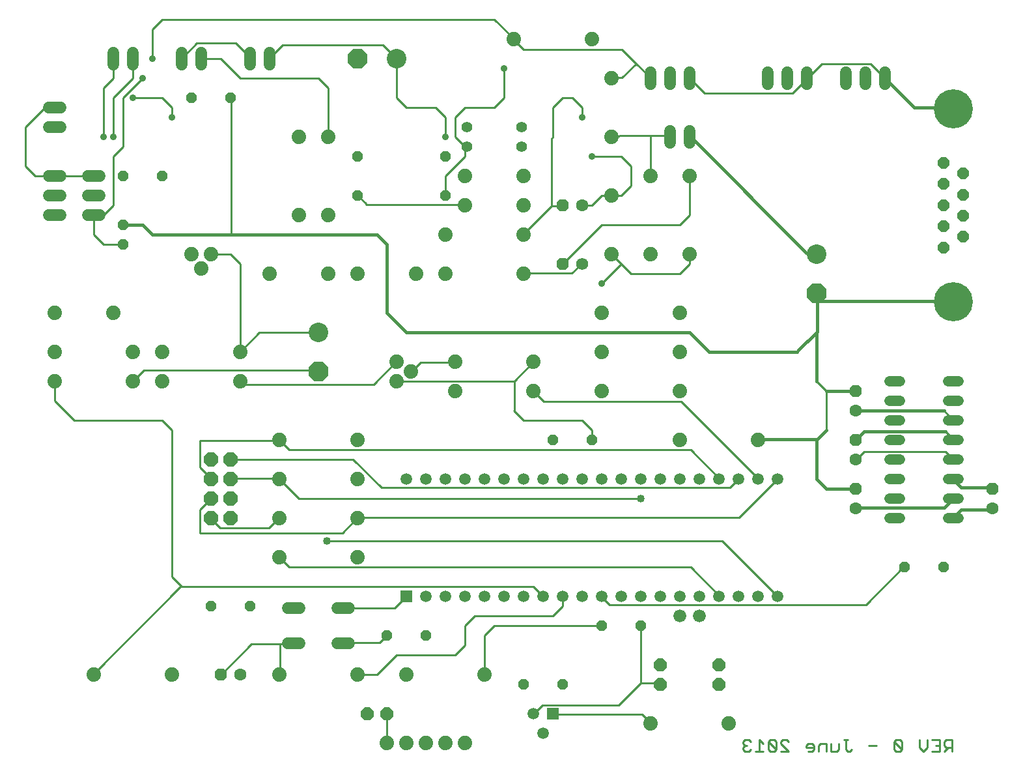
<source format=gbl>
G75*
G70*
%OFA0B0*%
%FSLAX24Y24*%
%IPPOS*%
%LPD*%
%AMOC8*
5,1,8,0,0,1.08239X$1,22.5*
%
%ADD10C,0.0110*%
%ADD11OC8,0.0520*%
%ADD12C,0.0600*%
%ADD13C,0.0660*%
%ADD14C,0.0740*%
%ADD15OC8,0.0660*%
%ADD16R,0.0590X0.0590*%
%ADD17C,0.0590*%
%ADD18C,0.0520*%
%ADD19OC8,0.0600*%
%ADD20C,0.2000*%
%ADD21C,0.1000*%
%ADD22OC8,0.1000*%
%ADD23OC8,0.0630*%
%ADD24C,0.0630*%
%ADD25OC8,0.0560*%
%ADD26C,0.0554*%
%ADD27OC8,0.0740*%
%ADD28OC8,0.0620*%
%ADD29C,0.0620*%
%ADD30C,0.0100*%
%ADD31C,0.0150*%
%ADD32C,0.0360*%
%ADD33C,0.0400*%
D10*
X037379Y001293D02*
X037477Y001195D01*
X037674Y001195D01*
X037772Y001293D01*
X038023Y001195D02*
X038417Y001195D01*
X038220Y001195D02*
X038220Y001786D01*
X038417Y001589D01*
X038668Y001687D02*
X039061Y001293D01*
X038963Y001195D01*
X038766Y001195D01*
X038668Y001293D01*
X038668Y001687D01*
X038766Y001786D01*
X038963Y001786D01*
X039061Y001687D01*
X039061Y001293D01*
X039312Y001195D02*
X039706Y001195D01*
X039312Y001589D01*
X039312Y001687D01*
X039411Y001786D01*
X039607Y001786D01*
X039706Y001687D01*
X040601Y001490D02*
X040601Y001392D01*
X040995Y001392D01*
X040995Y001490D02*
X040995Y001293D01*
X040897Y001195D01*
X040700Y001195D01*
X040601Y001490D02*
X040700Y001589D01*
X040897Y001589D01*
X040995Y001490D01*
X041246Y001490D02*
X041246Y001195D01*
X041246Y001490D02*
X041344Y001589D01*
X041640Y001589D01*
X041640Y001195D01*
X041890Y001195D02*
X041890Y001589D01*
X041890Y001195D02*
X042186Y001195D01*
X042284Y001293D01*
X042284Y001589D01*
X042535Y001786D02*
X042732Y001786D01*
X042633Y001786D02*
X042633Y001293D01*
X042732Y001195D01*
X042830Y001195D01*
X042929Y001293D01*
X043824Y001490D02*
X044218Y001490D01*
X045113Y001293D02*
X045212Y001195D01*
X045408Y001195D01*
X045507Y001293D01*
X045113Y001687D01*
X045113Y001293D01*
X045507Y001293D02*
X045507Y001687D01*
X045408Y001786D01*
X045212Y001786D01*
X045113Y001687D01*
X046402Y001786D02*
X046402Y001392D01*
X046599Y001195D01*
X046796Y001392D01*
X046796Y001786D01*
X047047Y001786D02*
X047440Y001786D01*
X047440Y001195D01*
X047047Y001195D01*
X047244Y001490D02*
X047440Y001490D01*
X047691Y001490D02*
X047790Y001392D01*
X048085Y001392D01*
X047888Y001392D02*
X047691Y001195D01*
X047691Y001490D02*
X047691Y001687D01*
X047790Y001786D01*
X048085Y001786D01*
X048085Y001195D01*
X037772Y001687D02*
X037674Y001786D01*
X037477Y001786D01*
X037379Y001687D01*
X037379Y001589D01*
X037477Y001490D01*
X037379Y001392D01*
X037379Y001293D01*
X037477Y001490D02*
X037575Y001490D01*
D11*
X032140Y007640D03*
X030140Y007640D03*
X028140Y004640D03*
X026140Y004640D03*
X021140Y007140D03*
X019140Y007140D03*
X012140Y008640D03*
X010140Y008640D03*
X027640Y017140D03*
X029640Y017140D03*
X022140Y029640D03*
X022140Y031640D03*
X017640Y031640D03*
X017640Y029640D03*
X011140Y034640D03*
X009140Y034640D03*
X007640Y030640D03*
X005640Y030640D03*
X045640Y010640D03*
X047640Y010640D03*
D12*
X034640Y032340D02*
X034640Y032940D01*
X033640Y032940D02*
X033640Y032340D01*
X033640Y035340D02*
X033640Y035940D01*
X032640Y035940D02*
X032640Y035340D01*
X034640Y035340D02*
X034640Y035940D01*
X038640Y035940D02*
X038640Y035340D01*
X039640Y035340D02*
X039640Y035940D01*
X040640Y035940D02*
X040640Y035340D01*
X042640Y035340D02*
X042640Y035940D01*
X043640Y035940D02*
X043640Y035340D01*
X044640Y035340D02*
X044640Y035940D01*
X013140Y036340D02*
X013140Y036940D01*
X012140Y036940D02*
X012140Y036340D01*
X009640Y036340D02*
X009640Y036940D01*
X008640Y036940D02*
X008640Y036340D01*
X006140Y036340D02*
X006140Y036940D01*
X005140Y036940D02*
X005140Y036340D01*
X002440Y034140D02*
X001840Y034140D01*
X001840Y033140D02*
X002440Y033140D01*
X002440Y030640D02*
X001840Y030640D01*
X001840Y029640D02*
X002440Y029640D01*
X002440Y028640D02*
X001840Y028640D01*
X003840Y028640D02*
X004440Y028640D01*
X004440Y029640D02*
X003840Y029640D01*
X003840Y030640D02*
X004440Y030640D01*
X014060Y008530D02*
X014660Y008530D01*
X014660Y006750D02*
X014060Y006750D01*
X016620Y006750D02*
X017220Y006750D01*
X017220Y008530D02*
X016620Y008530D01*
D13*
X034140Y008140D03*
X035140Y008140D03*
D14*
X004140Y005140D03*
X008140Y005140D03*
X013640Y005140D03*
X017640Y005140D03*
X020140Y005140D03*
X024140Y005140D03*
X023140Y001640D03*
X022140Y001640D03*
X021140Y001640D03*
X020140Y001640D03*
X019140Y001640D03*
X017640Y011140D03*
X017640Y013140D03*
X017640Y015140D03*
X017640Y017140D03*
X019640Y020140D03*
X020390Y020640D03*
X019640Y021140D03*
X022640Y021140D03*
X022640Y019640D03*
X026640Y019640D03*
X026640Y021140D03*
X030140Y021640D03*
X030140Y019640D03*
X034140Y019640D03*
X034140Y021640D03*
X034140Y023640D03*
X034640Y026640D03*
X032640Y026640D03*
X030640Y026640D03*
X030640Y029640D03*
X032640Y030640D03*
X034640Y030640D03*
X030640Y032640D03*
X030640Y035640D03*
X029640Y037640D03*
X025640Y037640D03*
X026140Y030640D03*
X026140Y029140D03*
X026140Y027640D03*
X026140Y025640D03*
X022140Y025640D03*
X020640Y025640D03*
X022140Y027640D03*
X023140Y029140D03*
X023140Y030640D03*
X017640Y025640D03*
X016140Y025640D03*
X016140Y028640D03*
X014640Y028640D03*
X013140Y025640D03*
X010140Y026640D03*
X009640Y025890D03*
X009140Y026640D03*
X005140Y023640D03*
X006140Y021640D03*
X007640Y021640D03*
X007640Y020140D03*
X006140Y020140D03*
X002140Y020140D03*
X002140Y021640D03*
X002140Y023640D03*
X011640Y021640D03*
X011640Y020140D03*
X013640Y017140D03*
X013640Y015140D03*
X013640Y013140D03*
X013640Y011140D03*
X030140Y023640D03*
X034140Y017140D03*
X038140Y017140D03*
X036640Y002640D03*
X032640Y002640D03*
X016140Y032640D03*
X014640Y032640D03*
D15*
X033140Y005640D03*
X033140Y004640D03*
X036140Y004640D03*
X036140Y005640D03*
X019140Y003140D03*
X018140Y003140D03*
D16*
X020140Y009140D03*
X027640Y003140D03*
D17*
X026640Y003140D03*
X027140Y002140D03*
X027140Y009140D03*
X028140Y009140D03*
X029140Y009140D03*
X030140Y009140D03*
X031140Y009140D03*
X032140Y009140D03*
X033140Y009140D03*
X034140Y009140D03*
X035140Y009140D03*
X036140Y009140D03*
X037140Y009140D03*
X038140Y009140D03*
X039140Y009140D03*
X039140Y015140D03*
X038140Y015140D03*
X037140Y015140D03*
X036140Y015140D03*
X035140Y015140D03*
X034140Y015140D03*
X033140Y015140D03*
X032140Y015140D03*
X031140Y015140D03*
X030140Y015140D03*
X029140Y015140D03*
X028140Y015140D03*
X027140Y015140D03*
X026140Y015140D03*
X025140Y015140D03*
X024140Y015140D03*
X023140Y015140D03*
X022140Y015140D03*
X021140Y015140D03*
X020140Y015140D03*
X021140Y009140D03*
X022140Y009140D03*
X023140Y009140D03*
X024140Y009140D03*
X025140Y009140D03*
X026140Y009140D03*
D18*
X044880Y013140D02*
X045400Y013140D01*
X045400Y014140D02*
X044880Y014140D01*
X044880Y015140D02*
X045400Y015140D01*
X045400Y016140D02*
X044880Y016140D01*
X044880Y017140D02*
X045400Y017140D01*
X045400Y018140D02*
X044880Y018140D01*
X044880Y019140D02*
X045400Y019140D01*
X045400Y020140D02*
X044880Y020140D01*
X047880Y020140D02*
X048400Y020140D01*
X048400Y019140D02*
X047880Y019140D01*
X047880Y018140D02*
X048400Y018140D01*
X048400Y017140D02*
X047880Y017140D01*
X047880Y016140D02*
X048400Y016140D01*
X048400Y015140D02*
X047880Y015140D01*
X047880Y014140D02*
X048400Y014140D01*
X048400Y013140D02*
X047880Y013140D01*
D19*
X047640Y026980D03*
X048640Y027520D03*
X047640Y028060D03*
X048640Y028600D03*
X047640Y029140D03*
X048640Y029680D03*
X047640Y030220D03*
X048640Y030760D03*
X047640Y031300D03*
D20*
X048140Y034070D03*
X048140Y024210D03*
D21*
X041140Y026640D03*
X019640Y036640D03*
X015640Y022640D03*
D22*
X015640Y020640D03*
X017640Y036640D03*
X041140Y024640D03*
D23*
X043140Y019640D03*
X043140Y017140D03*
X043140Y014640D03*
X050140Y014640D03*
X028140Y029140D03*
X010640Y005140D03*
D24*
X011640Y005140D03*
X029140Y029140D03*
X043140Y018640D03*
X043140Y016140D03*
X043140Y013640D03*
X050140Y013640D03*
D25*
X005640Y027140D03*
X005640Y028140D03*
D26*
X023240Y032140D03*
X023240Y033140D03*
X026040Y033140D03*
X026040Y032140D03*
D27*
X011140Y016140D03*
X011140Y015140D03*
X011140Y014140D03*
X011140Y013140D03*
X010140Y013140D03*
X010140Y014140D03*
X010140Y015140D03*
X010140Y016140D03*
D28*
X028140Y026140D03*
D29*
X029140Y026140D03*
D30*
X029100Y026140D01*
X028620Y025660D01*
X026140Y025660D01*
X026140Y025640D01*
X028140Y026140D02*
X030140Y028140D01*
X034140Y028140D01*
X034640Y028640D01*
X034640Y030640D01*
X032640Y030640D02*
X032640Y032700D01*
X031180Y032700D01*
X030640Y032640D01*
X031140Y031640D02*
X029640Y031640D01*
X031140Y031640D02*
X031640Y031140D01*
X031640Y030140D01*
X031140Y029640D01*
X030640Y029640D01*
X030140Y029640D01*
X029640Y029140D01*
X029140Y029140D01*
X028140Y029100D02*
X028140Y029140D01*
X028140Y029100D02*
X027580Y029100D01*
X027580Y032540D01*
X027640Y032640D01*
X027640Y034140D01*
X028140Y034640D01*
X028640Y034640D01*
X029140Y034140D01*
X029140Y033640D01*
X030640Y035640D02*
X031180Y035660D01*
X031900Y036380D01*
X032460Y035820D01*
X032640Y035640D01*
X032460Y035820D02*
X032380Y035820D01*
X031900Y036380D02*
X031180Y037100D01*
X026140Y037100D01*
X025660Y037580D01*
X025660Y037620D01*
X024640Y038640D01*
X007640Y038640D01*
X007140Y038140D01*
X007140Y036640D01*
X006140Y036640D02*
X006140Y035640D01*
X005140Y034640D01*
X005140Y032640D01*
X004640Y032640D02*
X004640Y035140D01*
X005140Y035640D01*
X005140Y036640D01*
X006640Y035640D02*
X005640Y034640D01*
X005640Y032140D01*
X005140Y031640D01*
X005140Y029140D01*
X004640Y028640D01*
X004140Y028640D01*
X004140Y027640D01*
X004640Y027140D01*
X005640Y027140D01*
X004140Y030640D02*
X002140Y030640D01*
X001140Y030640D01*
X000640Y031140D01*
X000640Y033140D01*
X001640Y034140D01*
X002140Y034140D01*
X006140Y034640D02*
X007640Y034640D01*
X008140Y034140D01*
X008140Y033640D01*
X008640Y036140D02*
X008640Y036640D01*
X009420Y037420D01*
X011420Y037420D01*
X012140Y036700D01*
X012140Y036640D01*
X013140Y036640D02*
X013180Y036700D01*
X013820Y037340D01*
X018940Y037340D01*
X019640Y036640D01*
X019640Y034640D01*
X020140Y034140D01*
X021640Y034140D01*
X022140Y033640D01*
X022140Y032640D01*
X022640Y032640D02*
X022640Y033640D01*
X023140Y034140D01*
X024640Y034140D01*
X025140Y034640D01*
X025140Y036140D01*
X025660Y037580D02*
X025640Y037640D01*
X022640Y032640D02*
X023140Y032140D01*
X023240Y032140D01*
X023140Y032040D01*
X023140Y031640D01*
X022140Y030640D01*
X022140Y029640D01*
X023100Y029180D02*
X023140Y029140D01*
X023100Y029180D02*
X018060Y029180D01*
X018060Y029220D01*
X017640Y029640D01*
X016140Y032640D02*
X016140Y035140D01*
X015640Y035640D01*
X011640Y035640D01*
X010640Y036640D01*
X009640Y036640D01*
X011140Y034640D02*
X011180Y034620D01*
X011180Y027640D01*
X011140Y026640D02*
X010140Y026640D01*
X011140Y026640D02*
X011640Y026140D01*
X011640Y021640D01*
X011580Y021660D01*
X011500Y021660D01*
X011640Y021640D02*
X012620Y022620D01*
X015580Y022620D01*
X015640Y022640D01*
X015580Y020700D02*
X015640Y020640D01*
X015580Y020700D02*
X006700Y020700D01*
X006140Y020140D01*
X007640Y018140D02*
X008140Y017640D01*
X008140Y010140D01*
X008620Y009660D01*
X008640Y009640D01*
X026640Y009640D01*
X027140Y009140D01*
X028140Y009140D02*
X028140Y008640D01*
X027640Y008140D01*
X023640Y008140D01*
X023140Y007640D01*
X023140Y006640D01*
X022640Y006140D01*
X019640Y006140D01*
X018640Y005140D01*
X017640Y005140D01*
X016920Y006750D02*
X016940Y006780D01*
X018780Y006780D01*
X019140Y007140D01*
X019530Y008530D02*
X020140Y009140D01*
X019530Y008530D02*
X016920Y008530D01*
X014360Y006750D02*
X014300Y006700D01*
X013660Y006700D01*
X013660Y005180D01*
X013640Y005140D01*
X013660Y006700D02*
X012220Y006700D01*
X010700Y005180D01*
X010640Y005140D01*
X008620Y009660D02*
X004140Y005180D01*
X004140Y005140D01*
X009580Y012380D02*
X016860Y012380D01*
X017580Y013100D01*
X017640Y013140D01*
X017660Y013180D01*
X037180Y013180D01*
X039140Y015140D01*
X038140Y015180D02*
X038140Y015140D01*
X038140Y015180D02*
X034220Y019100D01*
X027180Y019100D01*
X026640Y019640D01*
X025660Y020140D02*
X025660Y018660D01*
X025640Y018640D01*
X026140Y018140D01*
X029140Y018140D01*
X029640Y017640D01*
X029640Y017140D01*
X032140Y014140D02*
X014640Y014140D01*
X013640Y015140D01*
X013580Y015180D01*
X011180Y015180D01*
X011140Y015140D01*
X011140Y016140D02*
X017420Y016140D01*
X018860Y014700D01*
X036700Y014700D01*
X037140Y015140D01*
X036140Y015180D02*
X036140Y015140D01*
X036140Y015180D02*
X034700Y016620D01*
X014140Y016620D01*
X013660Y017100D01*
X013640Y017140D01*
X013580Y017100D01*
X009580Y017100D01*
X009580Y015740D01*
X010140Y015180D01*
X010140Y015140D01*
X010140Y014140D02*
X009580Y013580D01*
X009580Y012380D01*
X010140Y013100D02*
X010140Y013140D01*
X010140Y013100D02*
X010620Y012620D01*
X013100Y012620D01*
X013580Y013100D01*
X013640Y013140D01*
X013640Y011140D02*
X013660Y011100D01*
X014140Y010620D01*
X034700Y010620D01*
X036140Y009180D01*
X036140Y009140D01*
X036300Y011980D02*
X039140Y009140D01*
X036300Y011980D02*
X016060Y011980D01*
X024140Y007140D02*
X024140Y005140D01*
X024140Y007140D02*
X024640Y007640D01*
X030140Y007640D01*
X030540Y008700D02*
X030140Y009100D01*
X030140Y009140D01*
X030540Y008700D02*
X043660Y008700D01*
X045580Y010620D01*
X045640Y010640D01*
X048140Y013140D02*
X048140Y013180D01*
X050140Y013580D02*
X050140Y013640D01*
X050140Y014640D02*
X050140Y014700D01*
X048140Y015100D02*
X048140Y015140D01*
X048140Y016140D02*
X047740Y016540D01*
X043580Y016540D01*
X043180Y016140D01*
X043140Y016140D01*
X041640Y017640D02*
X041640Y019640D01*
X041140Y020140D01*
X040220Y021660D02*
X040220Y021720D01*
X040190Y021690D02*
X040220Y021660D01*
X040190Y021690D02*
X040140Y021640D01*
X041140Y022640D02*
X041180Y022620D01*
X041180Y022680D01*
X041180Y024220D02*
X041140Y024640D01*
X041180Y024620D01*
X041140Y026640D02*
X041100Y026700D01*
X040620Y026700D01*
X034640Y026640D02*
X034640Y026140D01*
X034140Y025640D01*
X031640Y025640D01*
X031140Y026140D01*
X030140Y025140D01*
X031140Y026140D02*
X030640Y026640D01*
X027580Y029100D02*
X026140Y027660D01*
X026140Y027640D01*
X032640Y032700D02*
X033580Y032700D01*
X033640Y032640D01*
X034640Y032640D02*
X034700Y032620D01*
X035420Y034860D02*
X039900Y034860D01*
X040620Y035580D01*
X040640Y035640D01*
X040700Y035660D01*
X041420Y036380D01*
X043900Y036380D01*
X044640Y035640D01*
X048140Y034140D02*
X048140Y034070D01*
X048140Y024220D02*
X048140Y024210D01*
X047660Y018620D02*
X048140Y018140D01*
X047740Y017580D02*
X048140Y017180D01*
X048140Y017140D01*
X043180Y018620D02*
X043140Y018640D01*
X041140Y017140D02*
X041100Y017180D01*
X038140Y017180D02*
X038140Y017140D01*
X043140Y013640D02*
X043180Y013660D01*
X033100Y004700D02*
X033140Y004640D01*
X033100Y004700D02*
X032140Y004700D01*
X031020Y003580D01*
X027100Y003580D01*
X026700Y003180D01*
X026640Y003140D01*
X027640Y003140D02*
X027660Y003100D01*
X032220Y003100D01*
X032620Y002700D01*
X032640Y002640D01*
X032140Y004700D02*
X032140Y007640D01*
X019140Y003140D02*
X019140Y001640D01*
X007640Y018140D02*
X003140Y018140D01*
X002140Y019140D01*
X002140Y020140D01*
X011640Y020140D02*
X011660Y020140D01*
X011820Y019980D01*
X018460Y019980D01*
X019580Y021100D01*
X019640Y021140D01*
X020390Y020640D02*
X020460Y020700D01*
X020860Y021100D01*
X022620Y021100D01*
X022640Y021140D01*
X019640Y020140D02*
X025660Y020140D01*
X026620Y021100D01*
X026640Y021140D01*
X035420Y034860D02*
X034640Y035640D01*
D31*
X034700Y032620D02*
X040620Y026700D01*
X041180Y024620D02*
X041180Y024220D01*
X041180Y022680D01*
X041140Y022640D02*
X041140Y020140D01*
X041640Y019640D02*
X043140Y019640D01*
X043180Y018620D02*
X047660Y018620D01*
X047740Y017580D02*
X043580Y017580D01*
X043140Y017140D01*
X041640Y017640D02*
X041140Y017140D01*
X041140Y015140D01*
X041640Y014640D01*
X043140Y014640D01*
X043180Y013660D02*
X047660Y013660D01*
X048140Y014140D01*
X048540Y013580D02*
X050140Y013580D01*
X050140Y014700D02*
X048540Y014700D01*
X048140Y015100D01*
X048540Y013580D02*
X048140Y013180D01*
X041100Y017180D02*
X038140Y017180D01*
X040140Y021640D02*
X035640Y021640D01*
X034640Y022640D01*
X020140Y022640D01*
X019140Y023640D01*
X019140Y027140D01*
X018640Y027640D01*
X011180Y027640D01*
X007140Y027640D01*
X006640Y028140D01*
X005640Y028140D01*
X040220Y021720D02*
X041140Y022640D01*
X041180Y024220D02*
X048140Y024220D01*
X048140Y034140D02*
X046140Y034140D01*
X044640Y035640D01*
D32*
X030140Y025140D03*
X029640Y031640D03*
X029140Y033640D03*
X025140Y036140D03*
X022140Y032640D03*
X008140Y033640D03*
X006140Y034640D03*
X006640Y035640D03*
X007140Y036640D03*
X005140Y032640D03*
X004640Y032640D03*
D33*
X016060Y011980D03*
X032140Y014140D03*
M02*

</source>
